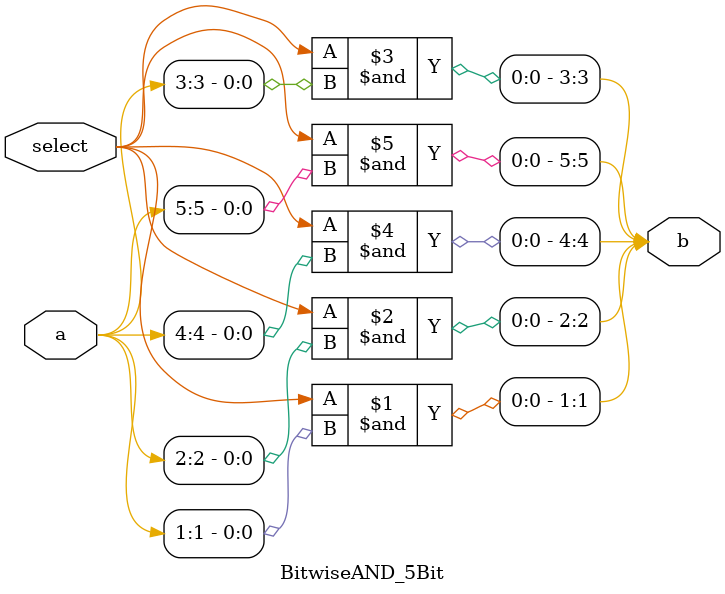
<source format=v>

module BitwiseAND_5Bit (a, select, b);

input [5:1] a;
input select;
output [5:1] b;

assign b[1] = select & a[1];
assign b[2] = select & a[2];
assign b[3] = select & a[3];
assign b[4] = select & a[4];
assign b[5] = select & a[5];

endmodule
</source>
